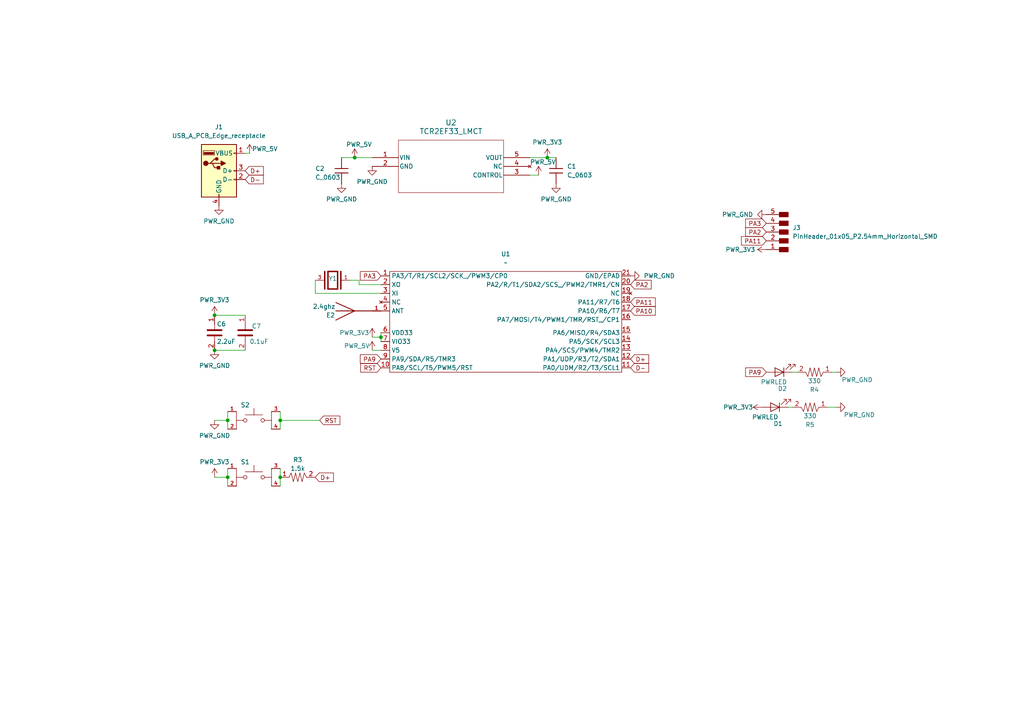
<source format=kicad_sch>
(kicad_sch (version 20250114) (generator "eeschema") (generator_version "9.0")
  (paper "A4")
  (lib_symbols
    (symbol "32mhz crystal:XRCGB32M000F2P01R0" (pin_names (offset 1.016))
      (property "Reference" "Y" (at -5.0878 3.8159 0))
      (property "Value" "XRCGB32M000F2P01R0" (at -5.0944 -5.0944 0))
      (symbol "XRCGB32M000F2P01R0_0_0"
        (polyline (pts (xy -2.3368 2.54) (xy -2.3368 -2.54)) (stroke (width 0.4064)))
        (polyline (pts (xy -1.397 2.54) (xy -1.397 -2.54)) (stroke (width 0.4064)))
        (polyline (pts (xy -1.397 2.54) (xy 1.397 2.54)) (stroke (width 0.4064)))
        (polyline (pts (xy 1.397 2.54) (xy 1.397 -2.54)) (stroke (width 0.4064)))
        (polyline (pts (xy 1.397 -2.54) (xy -1.397 -2.54)) (stroke (width 0.4064)))
        (polyline (pts (xy 2.3368 2.54) (xy 2.3368 -2.54)) (stroke (width 0.4064)))
        (pin passive line (at -5.08 0 0) (length 2.54) (name "~") (number "1"))
        (pin passive line (at 5.08 0 180) (length 2.54) (name "~") (number "3"))
      )
    )
    (symbol "CH572D:CH572D"
      (property "Reference" "U" (at 0 0 0))
      (symbol "CH572D_0_1"
        (rectangle (start -33.02 16.51) (end 34.29 -12.7))
      )
      (symbol "CH572D_1_1"
        (pin bidirectional line (at -35.56 15.24 0) (length 2.54) (name "PA3/T/R1/SCL2/SCK_/PWM3/CP0") (number "1"))
        (pin input line (at -35.56 12.7 0) (length 2.54) (name "XO") (number "2"))
        (pin input line (at -35.56 10.16 0) (length 2.54) (name "XI") (number "3"))
        (pin no_connect line (at -35.56 7.62 0) (length 2.54) (name "NC") (number "4"))
        (pin bidirectional line (at -35.56 5.08 0) (length 2.54) (name "ANT") (number "5"))
        (pin power_in line (at -35.56 -1.27 0) (length 2.54) (name "VDD33") (number "6"))
        (pin power_in line (at -35.56 -3.81 0) (length 2.54) (name "VIO33") (number "7"))
        (pin power_in line (at -35.56 -6.35 0) (length 2.54) (name "V5") (number "8"))
        (pin bidirectional line (at -35.56 -8.89 0) (length 2.54) (name "PA9/SDA/R5/TMR3") (number "9"))
        (pin bidirectional line (at -35.56 -11.43 0) (length 2.54) (name "PA8/SCL/T5/PWM5/RST") (number "10"))
        (pin power_in line (at 36.83 15.24 180) (length 2.54) (name "GND/EPAD") (number "21"))
        (pin bidirectional line (at 36.83 12.7 180) (length 2.54) (name "PA2/R/T1/SDA2/SCS_/PWM2/TMR1/CN") (number "20"))
        (pin no_connect line (at 36.83 10.16 180) (length 2.54) (name "NC") (number "19"))
        (pin bidirectional line (at 36.83 7.62 180) (length 2.54) (name "PA11/R7/T6") (number "18"))
        (pin bidirectional line (at 36.83 5.08 180) (length 2.54) (name "PA10/R6/T7") (number "17"))
        (pin bidirectional line (at 36.83 2.54 180) (length 2.54) (name "PA7/MOSI/T4/PWM1/TMR/RST_/CP1") (number "16"))
        (pin bidirectional line (at 36.83 -1.27 180) (length 2.54) (name "PA6/MISO/R4/SDA3") (number "15"))
        (pin bidirectional line (at 36.83 -3.81 180) (length 2.54) (name "PA5/SCK/SCL3") (number "14"))
        (pin bidirectional line (at 36.83 -6.35 180) (length 2.54) (name "PA4/SCS/PWM4/TMR2") (number "13"))
        (pin bidirectional line (at 36.83 -8.89 180) (length 2.54) (name "PA1/UDP/R3/T2/SDA1") (number "12"))
        (pin bidirectional line (at 36.83 -11.43 180) (length 2.54) (name "PA0/UDM/R2/T3/SCL1") (number "11"))
      )
    )
    (symbol "C_0603_2" (pin_names (offset 1.016))
      (property "Reference" "C" (at -2.794 3.302 0))
      (property "Value" "F" (at 2.794 -3.048 0))
      (symbol "C_0603_2_0_1"
        (polyline (pts (xy -0.762 -2.032) (xy -0.762 2.032)) (stroke (width 0.508)))
        (polyline (pts (xy -0.635 0) (xy -2.54 0)))
        (polyline (pts (xy 0.635 0) (xy 2.54 0)))
        (polyline (pts (xy 0.762 -2.032) (xy 0.762 2.032)) (stroke (width 0.508)))
      )
      (symbol "C_0603_2_1_1"
        (pin passive line (at -5.08 0 0) (length 2.54) (name "") (number "1"))
        (pin passive line (at 5.08 0 180) (length 2.54) (name "") (number "2"))
      )
    )
    (symbol "Connector_USB_PCB_Edge:USB_A_PCB_Edge_receptacle" (pin_names (offset 1.016))
      (property "Reference" "J" (at -5.08 11.43 0))
      (property "Value" "USB_A_PCB_Edge_receptacle" (at -5.08 8.89 0))
      (symbol "USB_A_PCB_Edge_receptacle_0_1"
        (rectangle (start -5.08 -7.62) (end 5.08 7.62) (stroke (width 0.254)) (fill (type background)))
        (circle (center -3.81 2.159) (radius 0.635) (stroke (width 0.254)) (fill (type outline)))
        (polyline (pts (xy -3.175 2.159) (xy -2.54 2.159) (xy -1.27 3.429) (xy -0.635 3.429)) (stroke (width 0.254)))
        (polyline (pts (xy -2.54 2.159) (xy -1.905 2.159) (xy -1.27 0.889) (xy 0 0.889)) (stroke (width 0.254)))
        (rectangle (start -1.524 4.826) (end -4.318 5.334) (fill (type outline)))
        (rectangle (start -1.27 4.572) (end -4.572 5.842))
        (circle (center -0.635 3.429) (radius 0.381) (stroke (width 0.254)) (fill (type outline)))
        (rectangle (start -0.127 -7.62) (end 0.127 -6.858))
        (rectangle (start 0.254 1.27) (end -0.508 0.508) (stroke (width 0.254)) (fill (type outline)))
        (polyline (pts (xy 0.635 2.794) (xy 0.635 1.524) (xy 1.905 2.159) (xy 0.635 2.794)) (stroke (width 0.254)) (fill (type outline)))
        (rectangle (start 5.08 4.953) (end 4.318 5.207))
        (rectangle (start 5.08 -0.127) (end 4.318 0.127))
        (rectangle (start 5.08 -2.667) (end 4.318 -2.413))
      )
      (symbol "USB_A_PCB_Edge_receptacle_1_1"
        (polyline (pts (xy -1.905 2.159) (xy 0.635 2.159)) (stroke (width 0.254)))
        (pin passive line (at -2.54 -10.16 90) (length 2.54) (hide yes) (name "Shield") (number "5"))
        (pin power_in line (at 0 -10.16 90) (length 2.54) (name "GND") (number "4"))
        (pin power_in line (at 7.62 5.08 180) (length 2.54) (name "VBUS") (number "1"))
        (pin bidirectional line (at 7.62 0 180) (length 2.54) (name "D+") (number "3"))
        (pin bidirectional line (at 7.62 -2.54 180) (length 2.54) (name "D-") (number "2"))
      )
    )
    (symbol "R_0603_1" (pin_names (offset 1.016))
      (property "Reference" "R" (at -3.814 2.0087 0))
      (property "Value" "Ω" (at 0.254 -3.048 0))
      (symbol "R_0603_1_0_1"
        (polyline (pts (xy -2.54 0) (xy -1.905 1.27) (xy -1.27 -1.27) (xy -0.635 1.27) (xy 0 -1.27) (xy 0.635 1.27) (xy 1.27 -1.27) (xy 1.905 1.27) (xy 2.54 0)))
      )
      (symbol "R_0603_1_1_1"
        (pin passive line (at -5.08 0 0) (length 2.54) (name "") (number "1"))
        (pin passive line (at 5.08 0 180) (length 2.54) (name "") (number "2"))
      )
    )
    (symbol "button:TL3365AF180QG" (pin_names (offset 1.016))
      (property "Reference" "S" (at -5.08 5.08 0))
      (property "Value" "TL3365AF180QG" (at -5.08 -5.08 0))
      (symbol "TL3365AF180QG_0_0"
        (polyline (pts (xy -5.08 2.54) (xy -5.08 -2.54)) (stroke (width 0.1524)))
        (polyline (pts (xy -5.08 0) (xy -3.048 0)) (stroke (width 0.1524)))
        (polyline (pts (xy -2.54 1.5875) (xy 0 1.5875)) (stroke (width 0.1524)))
        (circle (center -2.54 0) (radius 0.508) (stroke (width 0.1524)))
        (polyline (pts (xy 0 1.5875) (xy 0 3.4925)) (stroke (width 0.1524)))
        (polyline (pts (xy 0 1.5875) (xy 2.54 1.5875)) (stroke (width 0.1524)))
        (circle (center 2.54 0) (radius 0.508) (stroke (width 0.1524)))
        (polyline (pts (xy 5.08 2.54) (xy 5.08 -2.54)) (stroke (width 0.1524)))
        (polyline (pts (xy 5.08 0) (xy 3.048 0)) (stroke (width 0.1524)))
        (pin passive line (at -7.62 2.54 0) (length 2.54) (name "~") (number "1"))
        (pin passive line (at -7.62 -2.54 0) (length 2.54) (name "~") (number "2"))
        (pin passive line (at 7.62 2.54 180) (length 2.54) (name "~") (number "3"))
        (pin passive line (at 7.62 -2.54 180) (length 2.54) (name "~") (number "4"))
      )
    )
    (symbol "ceramic antenna:AMCA31-2R450G-S1F-T3" (pin_names (offset 1.016))
      (property "Reference" "E" (at 2.8004 5.8496 0))
      (property "Value" "AMCA31-2R450G-S1F-T3" (at 2.6732 3.813 0))
      (symbol "AMCA31-2R450G-S1F-T3_0_0"
        (polyline (pts (xy 0 8.001) (xy 0 2.54)) (stroke (width 0.254)))
        (polyline (pts (xy 0 2.54) (xy -2.667 8.001)) (stroke (width 0.254)))
        (polyline (pts (xy 0 2.54) (xy 0 -5.08)) (stroke (width 0.254)))
        (polyline (pts (xy 2.413 8.001) (xy 0 2.54)) (stroke (width 0.254)))
        (pin input line (at 0 -5.08 90) (length 2.54) (name "~") (number "1"))
      )
    )
    (symbol "fab:C_0603" (pin_numbers (hide yes))
      (property "Reference" "C" (at 0.635 2.54 0))
      (property "Value" "C_0603" (at 0.635 -2.54 0))
      (symbol "C_0603_1_1"
        (polyline (pts (xy -1.905 0.635) (xy 1.905 0.635)) (stroke (width 0.25)))
        (polyline (pts (xy -1.905 -0.635) (xy 1.905 -0.635)) (stroke (width 0.25)))
        (pin passive line (at 0 3.81 270) (length 3.175) (name "~") (number "1"))
        (pin passive line (at 0 -3.81 90) (length 3.175) (name "~") (number "2"))
      )
    )
    (symbol "fab:LED_1206" (pin_numbers (hide yes)) (pin_names (offset 1.016) (hide yes))
      (property "Reference" "D" (at 0 2.54 0))
      (property "Value" "LED_1206" (at 0 -2.54 0))
      (symbol "LED_1206_0_1"
        (polyline (pts (xy -3.048 -0.762) (xy -4.572 -2.286) (xy -3.81 -2.286) (xy -4.572 -2.286) (xy -4.572 -1.524)))
        (polyline (pts (xy -1.778 -0.762) (xy -3.302 -2.286) (xy -2.54 -2.286) (xy -3.302 -2.286) (xy -3.302 -1.524)))
        (polyline (pts (xy -1.27 0) (xy 1.27 0)))
        (polyline (pts (xy -1.27 -1.27) (xy -1.27 1.27)) (stroke (width 0.2032)))
        (polyline (pts (xy 1.27 -1.27) (xy 1.27 1.27) (xy -1.27 0) (xy 1.27 -1.27)) (stroke (width 0.2032)))
      )
      (symbol "LED_1206_1_1"
        (pin passive line (at -3.81 0 0) (length 2.54) (name "K") (number "1"))
        (pin passive line (at 3.81 0 180) (length 2.54) (name "A") (number "2"))
      )
    )
    (symbol "fab:PWR_3V3" (power) (pin_names (offset 0))
      (property "Value" "PWR_3V3" (at 0 3.556 0))
      (symbol "PWR_3V3_0_1"
        (polyline (pts (xy -0.762 1.27) (xy 0 2.54)))
        (polyline (pts (xy 0 2.54) (xy 0.762 1.27)))
        (polyline (pts (xy 0 0) (xy 0 2.54)))
      )
      (symbol "PWR_3V3_1_1"
        (pin power_in line (at 0 0 90) (length 0) (hide yes) (name "PWR_3V3") (number "1"))
      )
    )
    (symbol "fab:PWR_5V" (power) (pin_names (offset 0))
      (property "Value" "PWR_5V" (at 0 3.556 0))
      (symbol "PWR_5V_0_1"
        (polyline (pts (xy -0.762 1.27) (xy 0 2.54)))
        (polyline (pts (xy 0 2.54) (xy 0.762 1.27)))
        (polyline (pts (xy 0 0) (xy 0 2.54)))
      )
      (symbol "PWR_5V_1_1"
        (pin power_in line (at 0 0 90) (length 0) (hide yes) (name "PWR_5V") (number "1"))
      )
    )
    (symbol "fab:PWR_GND" (power) (pin_names (offset 0))
      (property "Value" "PWR_GND" (at 0 -3.81 0))
      (symbol "PWR_GND_0_1"
        (polyline (pts (xy 0 0) (xy 0 -1.27) (xy 1.27 -1.27) (xy 0 -2.54) (xy -1.27 -1.27) (xy 0 -1.27)))
      )
      (symbol "PWR_GND_1_1"
        (pin power_in line (at 0 0 270) (length 0) (hide yes) (name "PWR_GND") (number "1"))
      )
    )
    (symbol "fab:PinHeader_01x05_P2.54mm_Horizontal_SMD" (pin_names (hide yes))
      (property "Reference" "J" (at 0 7.62 0))
      (property "Value" "PinHeader_01x05_P2.54mm_Horizontal_SMD" (at 0 -7.62 0))
      (symbol "PinHeader_01x05_P2.54mm_Horizontal_SMD_1_1"
        (rectangle (start -1.27 5.715) (end 1.27 4.445) (stroke (width 0.254)) (fill (type outline)))
        (rectangle (start -1.27 3.175) (end 1.27 1.905) (stroke (width 0.254)) (fill (type outline)))
        (rectangle (start -1.27 0.635) (end 1.27 -0.635) (stroke (width 0.254)) (fill (type outline)))
        (rectangle (start -1.27 -1.905) (end 1.27 -3.175) (stroke (width 0.254)) (fill (type outline)))
        (rectangle (start -1.27 -4.445) (end 1.27 -5.715) (stroke (width 0.254)) (fill (type outline)))
        (pin passive line (at 5.08 5.08 180) (length 3.81) (name "Pin_1") (number "1"))
        (pin passive line (at 5.08 2.54 180) (length 3.81) (name "Pin_2") (number "2"))
        (pin passive line (at 5.08 0 180) (length 3.81) (name "Pin_3") (number "3"))
        (pin passive line (at 5.08 -2.54 180) (length 3.81) (name "Pin_4") (number "4"))
        (pin passive line (at 5.08 -5.08 180) (length 3.81) (name "Pin_5") (number "5"))
      )
    )
    (symbol "voltage regulator:TCR2EF33_LMCT" (pin_names (offset 0.254))
      (property "Reference" "U" (at 22.86 10.16 0))
      (property "Value" "TCR2EF33_LMCT" (at 22.86 7.62 0))
      (symbol "TCR2EF33_LMCT_0_1"
        (polyline (pts (xy 7.62 5.08) (xy 7.62 -10.16)) (stroke (width 0.127)))
        (polyline (pts (xy 7.62 -10.16) (xy 38.1 -10.16)) (stroke (width 0.127)))
        (polyline (pts (xy 38.1 5.08) (xy 7.62 5.08)) (stroke (width 0.127)))
        (polyline (pts (xy 38.1 -10.16) (xy 38.1 5.08)) (stroke (width 0.127)))
        (pin power_in line (at 0 0 0) (length 7.62) (name "VIN") (number "1"))
        (pin power_out line (at 0 -2.54 0) (length 7.62) (name "GND") (number "2"))
        (pin power_in line (at 45.72 0 180) (length 7.62) (name "VOUT") (number "5"))
        (pin no_connect line (at 45.72 -2.54 180) (length 7.62) (name "NC") (number "4"))
        (pin unspecified line (at 45.72 -5.08 180) (length 7.62) (name "CONTROL") (number "3"))
      )
    )
  )
  (junction (at 66.04 121.92))
  (junction (at 81.28 121.92))
  (junction (at 110.49 97.79))
  (junction (at 62.23 91.44))
  (junction (at 102.87 45.72))
  (junction (at 81.28 138.43))
  (junction (at 66.04 138.43))
  (junction (at 62.23 101.6))
  (junction (at 158.75 45.72))
  (wire (pts (xy 66.04 119.38) (xy 66.04 121.92)))
  (wire (pts (xy 229.87 118.11) (xy 228.6 118.11)))
  (wire (pts (xy 110.49 97.79) (xy 110.49 99.06)))
  (wire (pts (xy 66.04 135.89) (xy 66.04 138.43)))
  (wire (pts (xy 107.95 97.79) (xy 110.49 97.79)))
  (wire (pts (xy 62.23 121.92) (xy 66.04 121.92)))
  (wire (pts (xy 62.23 138.43) (xy 66.04 138.43)))
  (wire (pts (xy 231.14 107.95) (xy 229.87 107.95)))
  (wire (pts (xy 66.04 138.43) (xy 66.04 140.97)))
  (wire (pts (xy 91.44 81.28) (xy 91.44 85.09)))
  (wire (pts (xy 72.39 44.45) (xy 71.12 44.45)))
  (wire (pts (xy 102.87 45.72) (xy 107.95 45.72)))
  (wire (pts (xy 101.6 81.28) (xy 104.14 81.28)))
  (wire (pts (xy 153.67 45.72) (xy 158.75 45.72)))
  (wire (pts (xy 81.28 138.43) (xy 81.28 140.97)))
  (wire (pts (xy 158.75 45.72) (xy 161.29 45.72)))
  (wire (pts (xy 240.03 118.11) (xy 242.57 118.11)))
  (wire (pts (xy 66.04 121.92) (xy 66.04 124.46)))
  (wire (pts (xy 107.95 101.6) (xy 110.49 101.6)))
  (wire (pts (xy 81.28 119.38) (xy 81.28 121.92)))
  (wire (pts (xy 153.67 50.8) (xy 156.21 50.8)))
  (wire (pts (xy 62.23 91.44) (xy 71.12 91.44)))
  (wire (pts (xy 99.06 45.72) (xy 102.87 45.72)))
  (wire (pts (xy 81.28 121.92) (xy 92.71 121.92)))
  (wire (pts (xy 110.49 96.52) (xy 110.49 97.79)))
  (wire (pts (xy 81.28 135.89) (xy 81.28 138.43)))
  (wire (pts (xy 91.44 85.09) (xy 110.49 85.09)))
  (wire (pts (xy 241.3 107.95) (xy 242.57 107.95)))
  (wire (pts (xy 81.28 121.92) (xy 81.28 124.46)))
  (wire (pts (xy 62.23 101.6) (xy 71.12 101.6)))
  (wire (pts (xy 104.14 81.28) (xy 104.14 82.55)))
  (wire (pts (xy 104.14 82.55) (xy 110.49 82.55)))
  (global_label "PA11" (shape input) (at 182.88 87.63 0) (property "Intersheetrefs" "${INTERSHEET_REFS}" (effects (hide yes))))
  (global_label "PA2" (shape input) (at 182.88 82.55 0) (property "Intersheetrefs" "${INTERSHEET_REFS}" (effects (hide yes))))
  (global_label "D+" (shape input) (at 91.44 138.43 0) (property "Intersheetrefs" "${INTERSHEET_REFS}" (effects (hide yes))))
  (global_label "D+" (shape input) (at 182.88 104.14 0) (property "Intersheetrefs" "${INTERSHEET_REFS}" (effects (hide yes))))
  (global_label "PA11" (shape input) (at 222.25 69.85 180) (property "Intersheetrefs" "${INTERSHEET_REFS}" (effects (hide yes))))
  (global_label "PA3" (shape input) (at 110.49 80.01 180) (property "Intersheetrefs" "${INTERSHEET_REFS}" (effects (hide yes))))
  (global_label "D+" (shape input) (at 71.12 49.53 0) (property "Intersheetrefs" "${INTERSHEET_REFS}" (effects (hide yes))))
  (global_label "PA2" (shape input) (at 222.25 67.31 180) (property "Intersheetrefs" "${INTERSHEET_REFS}" (effects (hide yes))))
  (global_label "PA9" (shape input) (at 222.25 107.95 180) (property "Intersheetrefs" "${INTERSHEET_REFS}" (effects (hide yes))))
  (global_label "RST" (shape input) (at 110.49 106.68 180) (property "Intersheetrefs" "${INTERSHEET_REFS}" (effects (hide yes))))
  (global_label "PA9" (shape input) (at 110.49 104.14 180) (property "Intersheetrefs" "${INTERSHEET_REFS}" (effects (hide yes))))
  (global_label "D-" (shape input) (at 71.12 52.07 0) (property "Intersheetrefs" "${INTERSHEET_REFS}" (effects (hide yes))))
  (global_label "PA3" (shape input) (at 222.25 64.77 180) (property "Intersheetrefs" "${INTERSHEET_REFS}" (effects (hide yes))))
  (global_label "RST" (shape input) (at 92.71 121.92 0) (property "Intersheetrefs" "${INTERSHEET_REFS}" (effects (hide yes))))
  (global_label "PA10" (shape input) (at 182.88 90.17 0) (property "Intersheetrefs" "${INTERSHEET_REFS}" (effects (hide yes))))
  (global_label "D-" (shape input) (at 182.88 106.68 0) (property "Intersheetrefs" "${INTERSHEET_REFS}" (effects (hide yes))))
  (symbol (lib_id "fab:C_0603") (at 99.06 49.53 0) (unit 1)
    (property "Reference" "C2" (at 91.44 48.895 0) (effects (justify left)))
    (property "Value" "C_0603" (at 91.44 51.435 0) (effects (justify left)))
    (property "Footprint" "Footprint:0603" (effects (hide yes)))
    (property "Datasheet" "https://www.yageo.com/upload/media/product/productsearch/datasheet/mlcc/UPY-GP_NP0_16V-to-50V_18.pdf" (effects (hide yes)))
    (property "Description" "Unpolarized capacitor, SMD, 1206" (effects (hide yes)))
  )
  (symbol (lib_id "fab:PWR_GND") (at 161.29 53.34 0) (unit 1)
    (property "Reference" "#PWR09" (effects (hide yes)))
    (property "Value" "PWR_GND" (at 161.29 57.785 0))
    (property "Description" "Power symbol creates a global label with name \"GND\" , ground" (effects (hide yes)))
  )
  (symbol (lib_name "C_0603_2") (lib_id "0603:C_0603") (at 71.12 96.52 270) (unit 1)
    (property "Reference" "C7" (at 73.025 94.615 90) (effects (justify left)))
    (property "Value" "0.1uF" (at 72.39 99.06 90) (effects (justify left)))
    (property "Footprint" "Footprint:0603" (effects (hide yes)))
    (property "MANUFACTURER" "YAGEO" (effects (hide yes)))
  )
  (symbol (lib_id "fab:PWR_3V3") (at 222.25 72.39 90) (unit 1)
    (property "Reference" "#PWR022" (effects (hide yes)))
    (property "Value" "PWR_3V3" (at 219.075 72.39 90) (effects (justify left)))
    (property "Description" "Power symbol creates a global label with name \"+3V3\"" (effects (hide yes)))
  )
  (symbol (lib_id "fab:C_0603") (at 161.29 49.53 0) (unit 1)
    (property "Reference" "C1" (at 164.465 48.2599 0) (effects (justify left)))
    (property "Value" "C_0603" (at 164.465 50.7999 0) (effects (justify left)))
    (property "Footprint" "Footprint:0603" (effects (hide yes)))
    (property "Datasheet" "https://www.yageo.com/upload/media/product/productsearch/datasheet/mlcc/UPY-GP_NP0_16V-to-50V_18.pdf" (effects (hide yes)))
    (property "Description" "Unpolarized capacitor, SMD, 1206" (effects (hide yes)))
  )
  (symbol (lib_id "fab:PWR_3V3") (at 107.95 97.79 0) (unit 1)
    (property "Reference" "#PWR02" (effects (hide yes)))
    (property "Value" "PWR_3V3" (at 98.425 96.52 0) (effects (justify left)))
    (property "Description" "Power symbol creates a global label with name \"+3V3\"" (effects (hide yes)))
  )
  (symbol (lib_id "fab:LED_1206") (at 226.06 107.95 180) (unit 1)
    (property "Reference" "D2" (at 228.2825 112.7125 0) (effects (justify left)))
    (property "Value" "PWRLED" (at 228.2825 110.8075 0) (effects (justify left)))
    (property "Footprint" "Footprint:LED_1206" (effects (hide yes)))
    (property "Datasheet" "https://optoelectronics.liteon.com/upload/download/DS-22-98-0002/LTST-C150CKT.pdf" (effects (hide yes)))
    (property "Description" "Light emitting diode, Lite-On Inc. LTST, SMD" (effects (hide yes)))
  )
  (symbol (lib_id "button:TL3365AF180QG") (at 73.66 138.43 0) (unit 1)
    (property "Reference" "S1" (at 71.12 133.985 0))
    (property "Value" "TL3365AF180QG" (effects (hide yes)))
    (property "Footprint" "Footprint:button" (effects (hide yes)))
    (property "PARTREV" "A" (effects (hide yes)))
    (property "SNAPEDA_PN" "TL3365AF180QG" (effects (hide yes)))
    (property "STANDARD" "Manufacturer Recommendations" (effects (hide yes)))
    (property "MAXIMUM_PACKAGE_HEIGHT" "2.5 mm" (effects (hide yes)))
    (property "MANUFACTURER" "E-Switch" (effects (hide yes)))
  )
  (symbol (lib_id "ceramic antenna:AMCA31-2R450G-S1F-T3") (at 105.41 90.17 90) (unit 1)
    (property "Reference" "E2" (at 95.885 91.44 90))
    (property "Value" "2.4ghz" (at 93.98 88.9 90))
    (property "Footprint" "Footprint:antenna" (effects (hide yes)))
    (property "PARTREV" "03-21-19" (effects (hide yes)))
    (property "STANDARD" "Manufacturer Recommendations" (effects (hide yes)))
    (property "SNAPEDA_PN" "AMCA31-2R450G-S1F-T3" (effects (hide yes)))
    (property "MAXIMUM_PACKAGE_HEIGHT" "1.4mm" (effects (hide yes)))
    (property "MANUFACTURER" "Abracon" (effects (hide yes)))
  )
  (symbol (lib_id "fab:PWR_5V") (at 102.87 45.72 0) (unit 1)
    (property "Reference" "#PWR020" (effects (hide yes)))
    (property "Value" "PWR_5V" (at 104.14 41.91 0))
    (property "Description" "Power symbol creates a global label with name \"+5V\"" (effects (hide yes)))
  )
  (symbol (lib_id "fab:PWR_GND") (at 182.88 80.01 90) (unit 1)
    (property "Reference" "#PWR07" (effects (hide yes)))
    (property "Value" "PWR_GND" (at 186.69 80.0099 90) (effects (justify right)))
    (property "Description" "Power symbol creates a global label with name \"GND\" , ground" (effects (hide yes)))
  )
  (symbol (lib_name "R_0603_1") (lib_id "0603:R_0603") (at 234.95 118.11 180) (unit 1)
    (property "Reference" "R5" (at 234.95 123.19 0))
    (property "Value" "330" (at 234.95 120.65 0))
    (property "Footprint" "Footprint:0603" (effects (hide yes)))
    (property "MANUFACTURER" "YAGEO" (effects (hide yes)))
  )
  (symbol (lib_id "32mhz crystal:XRCGB32M000F2P01R0") (at 96.52 81.28 0) (mirror y) (unit 1)
    (property "Reference" "Y1" (at 96.52 80.772 0))
    (property "Value" "XRCGB32M000F2P01R0" (effects (hide yes)))
    (property "Footprint" "Footprint:32mhz crystal" (effects (hide yes)))
    (property "PARTREV" "N/A" (effects (hide yes)))
    (property "MANUFACTURER" "Murata Electronics" (effects (hide yes)))
    (property "MAXIMUM_PACKAGE_HEIGHT" "0.7 mm" (effects (hide yes)))
    (property "STANDARD" "Manufacturer Recommendations" (effects (hide yes)))
  )
  (symbol (lib_id "fab:PWR_GND") (at 62.23 121.92 0) (unit 1)
    (property "Reference" "#PWR06" (effects (hide yes)))
    (property "Value" "PWR_GND" (at 62.23 126.365 0))
    (property "Description" "Power symbol creates a global label with name \"GND\" , ground" (effects (hide yes)))
  )
  (symbol (lib_id "Connector_USB_PCB_Edge:USB_A_PCB_Edge_receptacle") (at 63.5 49.53 0) (unit 1)
    (property "Reference" "J1" (at 63.5 36.83 0))
    (property "Value" "USB_A_PCB_Edge_receptacle" (at 63.5 39.37 0))
    (property "Footprint" "Footprint:USB_A_PCB_Edge_receptacle" (effects (hide yes)))
    (property "Description" "USB Type A connector" (effects (hide yes)))
  )
  (symbol (lib_id "fab:PWR_3V3") (at 220.98 118.11 90) (unit 1)
    (property "Reference" "#PWR015" (effects (hide yes)))
    (property "Value" "PWR_3V3" (at 218.44 118.11 90) (effects (justify left)))
    (property "Description" "Power symbol creates a global label with name \"+3V3\"" (effects (hide yes)))
  )
  (symbol (lib_id "fab:PWR_GND") (at 222.25 62.23 270) (unit 1)
    (property "Reference" "#PWR021" (effects (hide yes)))
    (property "Value" "PWR_GND" (at 218.44 62.2299 90) (effects (justify right)))
    (property "Description" "Power symbol creates a global label with name \"GND\" , ground" (effects (hide yes)))
  )
  (symbol (lib_name "R_0603_1") (lib_id "0603:R_0603") (at 86.36 138.43 0) (unit 1)
    (property "Reference" "R3" (at 86.36 133.35 0))
    (property "Value" "1.5k" (at 86.36 135.89 0))
    (property "Footprint" "Footprint:0603" (effects (hide yes)))
    (property "MANUFACTURER" "YAGEO" (effects (hide yes)))
  )
  (symbol (lib_name "C_0603_2") (lib_id "0603:C_0603") (at 62.23 96.52 270) (unit 1)
    (property "Reference" "C6" (at 62.865 93.98 90) (effects (justify left)))
    (property "Value" "2.2uF" (at 62.865 99.06 90) (effects (justify left)))
    (property "Footprint" "Footprint:0603" (effects (hide yes)))
    (property "MANUFACTURER" "YAGEO" (effects (hide yes)))
  )
  (symbol (lib_id "fab:PWR_GND") (at 107.95 48.26 0) (unit 1)
    (property "Reference" "#PWR011" (effects (hide yes)))
    (property "Value" "PWR_GND" (at 107.95 52.705 0))
    (property "Description" "Power symbol creates a global label with name \"GND\" , ground" (effects (hide yes)))
  )
  (symbol (lib_id "fab:PWR_GND") (at 242.57 107.95 90) (unit 1)
    (property "Reference" "#PWR014" (effects (hide yes)))
    (property "Value" "PWR_GND" (at 248.6025 110.1725 90))
    (property "Description" "Power symbol creates a global label with name \"GND\" , ground" (effects (hide yes)))
  )
  (symbol (lib_id "fab:PWR_3V3") (at 62.23 91.44 0) (unit 1)
    (property "Reference" "#PWR01" (effects (hide yes)))
    (property "Value" "PWR_3V3" (at 62.23 86.995 0))
    (property "Description" "Power symbol creates a global label with name \"+3V3\"" (effects (hide yes)))
  )
  (symbol (lib_id "fab:PWR_5V") (at 72.39 44.45 0) (unit 1)
    (property "Reference" "#PWR04" (effects (hide yes)))
    (property "Value" "PWR_5V" (at 76.835 43.18 0))
    (property "Description" "Power symbol creates a global label with name \"+5V\"" (effects (hide yes)))
  )
  (symbol (lib_id "fab:LED_1206") (at 224.79 118.11 180) (unit 1)
    (property "Reference" "D1" (at 227.0125 122.8725 0) (effects (justify left)))
    (property "Value" "PWRLED" (at 225.7425 120.9675 0) (effects (justify left)))
    (property "Footprint" "Footprint:LED_1206" (effects (hide yes)))
    (property "Datasheet" "https://optoelectronics.liteon.com/upload/download/DS-22-98-0002/LTST-C150CKT.pdf" (effects (hide yes)))
    (property "Description" "Light emitting diode, Lite-On Inc. LTST, SMD" (effects (hide yes)))
  )
  (symbol (lib_name "R_0603_1") (lib_id "0603:R_0603") (at 236.22 107.95 180) (unit 1)
    (property "Reference" "R4" (at 236.22 113.03 0))
    (property "Value" "330" (at 236.22 110.49 0))
    (property "Footprint" "Footprint:0603" (effects (hide yes)))
    (property "MANUFACTURER" "YAGEO" (effects (hide yes)))
  )
  (symbol (lib_id "CH572D:CH572D") (at 146.05 95.25 0) (unit 1)
    (property "Reference" "U1" (at 146.685 73.66 0))
    (property "Value" "~" (at 146.685 76.2 0))
    (property "Footprint" "Footprint:CH572D" (effects (hide yes)))
  )
  (symbol (lib_id "fab:PWR_GND") (at 99.06 53.34 0) (unit 1)
    (property "Reference" "#PWR010" (effects (hide yes)))
    (property "Value" "PWR_GND" (at 99.06 57.785 0))
    (property "Description" "Power symbol creates a global label with name \"GND\" , ground" (effects (hide yes)))
  )
  (symbol (lib_id "fab:PWR_GND") (at 62.23 101.6 0) (unit 1)
    (property "Reference" "#PWR018" (effects (hide yes)))
    (property "Value" "PWR_GND" (at 62.23 106.045 0))
    (property "Description" "Power symbol creates a global label with name \"GND\" , ground" (effects (hide yes)))
  )
  (symbol (lib_id "fab:PWR_GND") (at 63.5 59.69 0) (unit 1)
    (property "Reference" "#PWR012" (effects (hide yes)))
    (property "Value" "PWR_GND" (at 63.5 64.135 0))
    (property "Description" "Power symbol creates a global label with name \"GND\" , ground" (effects (hide yes)))
  )
  (symbol (lib_id "fab:PWR_5V") (at 107.95 101.6 0) (unit 1)
    (property "Reference" "#PWR05" (effects (hide yes)))
    (property "Value" "PWR_5V" (at 103.505 100.33 0))
    (property "Description" "Power symbol creates a global label with name \"+5V\"" (effects (hide yes)))
  )
  (symbol (lib_id "fab:PWR_3V3") (at 62.23 138.43 0) (unit 1)
    (property "Reference" "#PWR08" (effects (hide yes)))
    (property "Value" "PWR_3V3" (at 62.23 133.985 0))
    (property "Description" "Power symbol creates a global label with name \"+3V3\"" (effects (hide yes)))
  )
  (symbol (lib_id "fab:PWR_3V3") (at 158.75 45.72 0) (unit 1)
    (property "Reference" "#PWR019" (effects (hide yes)))
    (property "Value" "PWR_3V3" (at 158.75 41.275 0))
    (property "Description" "Power symbol creates a global label with name \"+3V3\"" (effects (hide yes)))
  )
  (symbol (lib_id "fab:PWR_GND") (at 242.57 118.11 90) (unit 1)
    (property "Reference" "#PWR013" (effects (hide yes)))
    (property "Value" "PWR_GND" (at 249.2375 120.3325 90))
    (property "Description" "Power symbol creates a global label with name \"GND\" , ground" (effects (hide yes)))
  )
  (symbol (lib_id "button:TL3365AF180QG") (at 73.66 121.92 0) (unit 1)
    (property "Reference" "S2" (at 71.12 117.475 0))
    (property "Value" "TL3365AF180QG" (effects (hide yes)))
    (property "Footprint" "Footprint:button" (effects (hide yes)))
    (property "PARTREV" "A" (effects (hide yes)))
    (property "SNAPEDA_PN" "TL3365AF180QG" (effects (hide yes)))
    (property "STANDARD" "Manufacturer Recommendations" (effects (hide yes)))
    (property "MAXIMUM_PACKAGE_HEIGHT" "2.5 mm" (effects (hide yes)))
    (property "MANUFACTURER" "E-Switch" (effects (hide yes)))
  )
  (symbol (lib_id "fab:PinHeader_01x05_P2.54mm_Horizontal_SMD") (at 227.33 67.31 180) (unit 1)
    (property "Reference" "J3" (at 229.87 66.0399 0) (effects (justify right)))
    (property "Value" "PinHeader_01x05_P2.54mm_Horizontal_SMD" (at 229.87 68.5799 0) (effects (justify right)))
    (property "Footprint" "Footprint:PinHeader_01x05_P2.54mm_Horizontal_SMD" (effects (hide yes)))
    (property "Description" "Male connector, single row" (effects (hide yes)))
  )
  (symbol (lib_id "voltage regulator:TCR2EF33_LMCT") (at 107.95 45.72 0) (unit 1)
    (property "Reference" "U2" (at 130.81 35.56 0) (effects (font (size 1.524 1.524))))
    (property "Value" "TCR2EF33_LMCT" (at 130.81 38.1 0) (effects (font (size 1.524 1.524))))
    (property "Footprint" "Footprint:voltage regulator" (effects (hide yes)))
    (property "Datasheet" "TCR2EF33_LMCT" (effects (hide yes)))
  )
  (symbol (lib_id "fab:PWR_5V") (at 156.21 50.8 0) (unit 1)
    (property "Reference" "#PWR03" (effects (hide yes)))
    (property "Value" "PWR_5V" (at 157.48 46.99 0))
    (property "Description" "Power symbol creates a global label with name \"+5V\"" (effects (hide yes)))
  )
)
</source>
